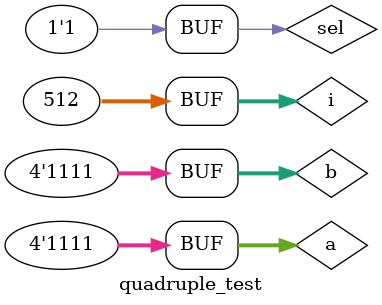
<source format=v>
module quadruple_test;
wire [3:0]y;
reg sel;
reg [3:0]a,b;
integer i;
quadruple insta(a,b,sel,y);
initial begin
for(i=0;i<512;i=i+1)
begin
{sel,a,b}=i;
#10;
end
end
endmodule

</source>
